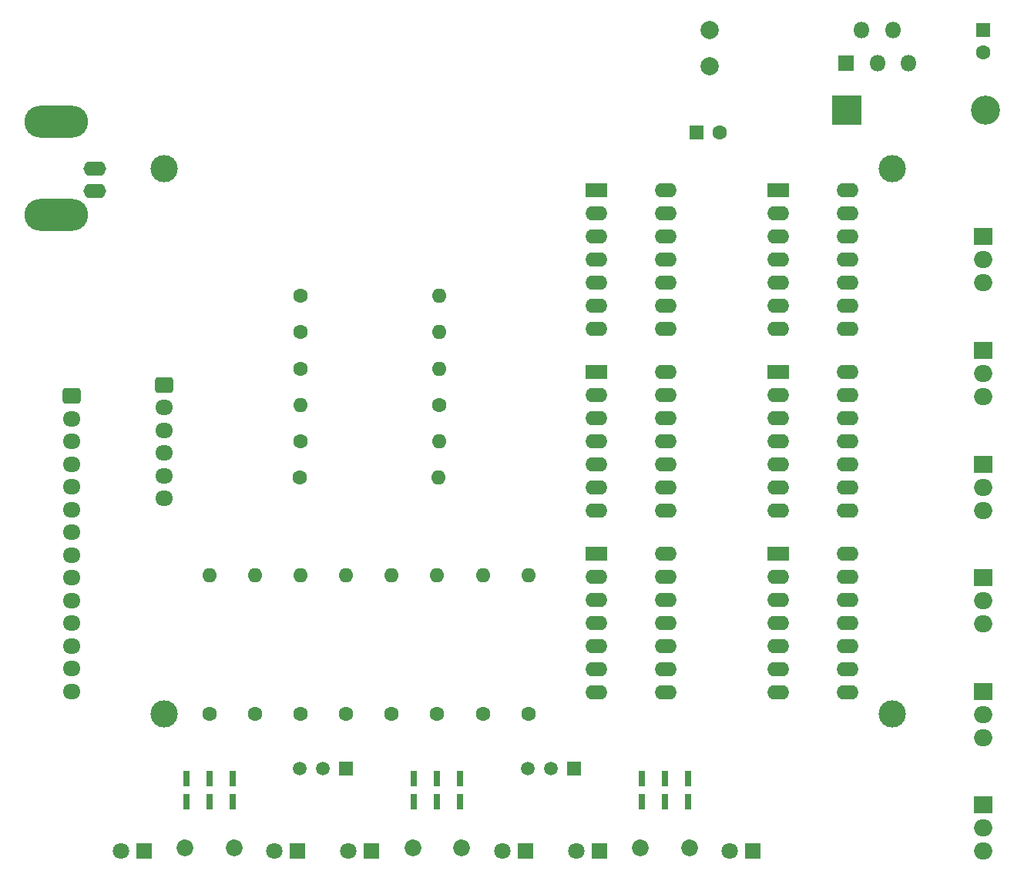
<source format=gbr>
%TF.GenerationSoftware,KiCad,Pcbnew,(6.0.4)*%
%TF.CreationDate,2023-06-02T21:12:55+02:00*%
%TF.ProjectId,Chrolis-LCR,4368726f-6c69-4732-9d4c-43522e6b6963,rev?*%
%TF.SameCoordinates,Original*%
%TF.FileFunction,Soldermask,Bot*%
%TF.FilePolarity,Negative*%
%FSLAX46Y46*%
G04 Gerber Fmt 4.6, Leading zero omitted, Abs format (unit mm)*
G04 Created by KiCad (PCBNEW (6.0.4)) date 2023-06-02 21:12:55*
%MOMM*%
%LPD*%
G01*
G04 APERTURE LIST*
G04 Aperture macros list*
%AMRoundRect*
0 Rectangle with rounded corners*
0 $1 Rounding radius*
0 $2 $3 $4 $5 $6 $7 $8 $9 X,Y pos of 4 corners*
0 Add a 4 corners polygon primitive as box body*
4,1,4,$2,$3,$4,$5,$6,$7,$8,$9,$2,$3,0*
0 Add four circle primitives for the rounded corners*
1,1,$1+$1,$2,$3*
1,1,$1+$1,$4,$5*
1,1,$1+$1,$6,$7*
1,1,$1+$1,$8,$9*
0 Add four rect primitives between the rounded corners*
20,1,$1+$1,$2,$3,$4,$5,0*
20,1,$1+$1,$4,$5,$6,$7,0*
20,1,$1+$1,$6,$7,$8,$9,0*
20,1,$1+$1,$8,$9,$2,$3,0*%
G04 Aperture macros list end*
%ADD10R,3.200000X3.200000*%
%ADD11O,3.200000X3.200000*%
%ADD12R,2.000000X1.905000*%
%ADD13O,2.000000X1.905000*%
%ADD14R,2.400000X1.600000*%
%ADD15O,2.400000X1.600000*%
%ADD16C,1.600000*%
%ADD17O,1.600000X1.600000*%
%ADD18R,1.800000X1.800000*%
%ADD19C,1.800000*%
%ADD20R,1.600000X1.600000*%
%ADD21R,1.500000X1.500000*%
%ADD22C,1.500000*%
%ADD23C,1.850000*%
%ADD24R,0.750000X1.750000*%
%ADD25C,3.000000*%
%ADD26RoundRect,0.250000X-0.725000X0.600000X-0.725000X-0.600000X0.725000X-0.600000X0.725000X0.600000X0*%
%ADD27O,1.950000X1.700000*%
%ADD28O,2.499360X1.600200*%
%ADD29O,7.000240X3.500120*%
%ADD30O,1.800000X1.800000*%
%ADD31C,2.000000*%
G04 APERTURE END LIST*
D10*
%TO.C,D7*%
X139800000Y-53950000D03*
D11*
X155040000Y-53950000D03*
%TD*%
D12*
%TO.C,Q7*%
X154800000Y-130350000D03*
D13*
X154800000Y-132890000D03*
X154800000Y-135430000D03*
%TD*%
D12*
%TO.C,Q6*%
X154800000Y-117850000D03*
D13*
X154800000Y-120390000D03*
X154800000Y-122930000D03*
%TD*%
D12*
%TO.C,Q5*%
X154800000Y-105350000D03*
D13*
X154800000Y-107890000D03*
X154800000Y-110430000D03*
%TD*%
D12*
%TO.C,Q4*%
X154800000Y-92850000D03*
D13*
X154800000Y-95390000D03*
X154800000Y-97930000D03*
%TD*%
D12*
%TO.C,Q3*%
X154800000Y-80350000D03*
D13*
X154800000Y-82890000D03*
X154800000Y-85430000D03*
%TD*%
D12*
%TO.C,Q2*%
X154800000Y-67850000D03*
D13*
X154800000Y-70390000D03*
X154800000Y-72930000D03*
%TD*%
D14*
%TO.C,U6*%
X132300000Y-82730000D03*
D15*
X132300000Y-85270000D03*
X132300000Y-87810000D03*
X132300000Y-90350000D03*
X132300000Y-92890000D03*
X132300000Y-95430000D03*
X132300000Y-97970000D03*
X139920000Y-97970000D03*
X139920000Y-95430000D03*
X139920000Y-92890000D03*
X139920000Y-90350000D03*
X139920000Y-87810000D03*
X139920000Y-85270000D03*
X139920000Y-82730000D03*
%TD*%
D14*
%TO.C,U5*%
X132300000Y-62730000D03*
D15*
X132300000Y-65270000D03*
X132300000Y-67810000D03*
X132300000Y-70350000D03*
X132300000Y-72890000D03*
X132300000Y-75430000D03*
X132300000Y-77970000D03*
X139920000Y-77970000D03*
X139920000Y-75430000D03*
X139920000Y-72890000D03*
X139920000Y-70350000D03*
X139920000Y-67810000D03*
X139920000Y-65270000D03*
X139920000Y-62730000D03*
%TD*%
D16*
%TO.C,R13*%
X79780000Y-78350000D03*
D17*
X95020000Y-78350000D03*
%TD*%
D16*
%TO.C,R4*%
X84800000Y-120350000D03*
D17*
X84800000Y-105110000D03*
%TD*%
D14*
%TO.C,U3*%
X112300000Y-102730000D03*
D15*
X112300000Y-105270000D03*
X112300000Y-107810000D03*
X112300000Y-110350000D03*
X112300000Y-112890000D03*
X112300000Y-115430000D03*
X112300000Y-117970000D03*
X119920000Y-117970000D03*
X119920000Y-115430000D03*
X119920000Y-112890000D03*
X119920000Y-110350000D03*
X119920000Y-107810000D03*
X119920000Y-105270000D03*
X119920000Y-102730000D03*
%TD*%
D18*
%TO.C,D6*%
X129475000Y-135350000D03*
D19*
X126935000Y-135350000D03*
%TD*%
D16*
%TO.C,R3*%
X79800000Y-120350000D03*
D17*
X79800000Y-105110000D03*
%TD*%
D16*
%TO.C,R10*%
X95000000Y-86350000D03*
D17*
X79760000Y-86350000D03*
%TD*%
D14*
%TO.C,U2*%
X112300000Y-82730000D03*
D15*
X112300000Y-85270000D03*
X112300000Y-87810000D03*
X112300000Y-90350000D03*
X112300000Y-92890000D03*
X112300000Y-95430000D03*
X112300000Y-97970000D03*
X119920000Y-97970000D03*
X119920000Y-95430000D03*
X119920000Y-92890000D03*
X119920000Y-90350000D03*
X119920000Y-87810000D03*
X119920000Y-85270000D03*
X119920000Y-82730000D03*
%TD*%
D20*
%TO.C,C2*%
X123300000Y-56400000D03*
D16*
X125800000Y-56400000D03*
%TD*%
D18*
%TO.C,D1*%
X62600000Y-135350000D03*
D19*
X60060000Y-135350000D03*
%TD*%
D16*
%TO.C,R9*%
X79780000Y-82350000D03*
D17*
X95020000Y-82350000D03*
%TD*%
D16*
%TO.C,R1*%
X69800000Y-120350000D03*
D17*
X69800000Y-105110000D03*
%TD*%
D21*
%TO.C,Q0*%
X109800000Y-126350000D03*
D22*
X107260000Y-126350000D03*
X104720000Y-126350000D03*
%TD*%
D16*
%TO.C,R8*%
X104800000Y-120350000D03*
D17*
X104800000Y-105110000D03*
%TD*%
D16*
%TO.C,R5*%
X89800000Y-120350000D03*
D17*
X89800000Y-105110000D03*
%TD*%
D23*
%TO.C,SW1*%
X67100000Y-135050000D03*
X72500000Y-135050000D03*
D24*
X67260000Y-127430000D03*
X69800000Y-127430000D03*
X72340000Y-127430000D03*
X67260000Y-129970000D03*
X69800000Y-129970000D03*
X72340000Y-129970000D03*
%TD*%
D25*
%TO.C,H1*%
X64800000Y-60350000D03*
%TD*%
D16*
%TO.C,R12*%
X79780000Y-74350000D03*
D17*
X95020000Y-74350000D03*
%TD*%
D20*
%TO.C,C1*%
X154750000Y-45117621D03*
D16*
X154750000Y-47617621D03*
%TD*%
D25*
%TO.C,H3*%
X64800000Y-120350000D03*
%TD*%
D16*
%TO.C,R15*%
X79730000Y-94350000D03*
D17*
X94970000Y-94350000D03*
%TD*%
D18*
%TO.C,D3*%
X104475000Y-135350000D03*
D19*
X101935000Y-135350000D03*
%TD*%
D18*
%TO.C,D5*%
X112600000Y-135350000D03*
D19*
X110060000Y-135350000D03*
%TD*%
D25*
%TO.C,H4*%
X144800000Y-120350000D03*
%TD*%
D26*
%TO.C,J2*%
X54650000Y-85350000D03*
D27*
X54650000Y-87850000D03*
X54650000Y-90350000D03*
X54650000Y-92850000D03*
X54650000Y-95350000D03*
X54650000Y-97850000D03*
X54650000Y-100350000D03*
X54650000Y-102850000D03*
X54650000Y-105350000D03*
X54650000Y-107850000D03*
X54650000Y-110350000D03*
X54650000Y-112850000D03*
X54650000Y-115350000D03*
X54650000Y-117850000D03*
%TD*%
D25*
%TO.C,H2*%
X144800000Y-60350000D03*
%TD*%
D23*
%TO.C,SW3*%
X122500000Y-135050000D03*
X117100000Y-135050000D03*
D24*
X117260000Y-127430000D03*
X119800000Y-127430000D03*
X122340000Y-127430000D03*
X117260000Y-129970000D03*
X119800000Y-129970000D03*
X122340000Y-129970000D03*
%TD*%
D14*
%TO.C,U1*%
X112300000Y-62730000D03*
D15*
X112300000Y-65270000D03*
X112300000Y-67810000D03*
X112300000Y-70350000D03*
X112300000Y-72890000D03*
X112300000Y-75430000D03*
X112300000Y-77970000D03*
X119920000Y-77970000D03*
X119920000Y-75430000D03*
X119920000Y-72890000D03*
X119920000Y-70350000D03*
X119920000Y-67810000D03*
X119920000Y-65270000D03*
X119920000Y-62730000D03*
%TD*%
D26*
%TO.C,J3*%
X64800000Y-84150000D03*
D27*
X64800000Y-86650000D03*
X64800000Y-89150000D03*
X64800000Y-91650000D03*
X64800000Y-94150000D03*
X64800000Y-96650000D03*
%TD*%
D21*
%TO.C,Q1*%
X84800000Y-126350000D03*
D22*
X82260000Y-126350000D03*
X79720000Y-126350000D03*
%TD*%
D16*
%TO.C,R16*%
X79750000Y-90350000D03*
D17*
X94990000Y-90350000D03*
%TD*%
D28*
%TO.C,J1*%
X57201260Y-60350000D03*
D29*
X52936600Y-55249680D03*
D28*
X57201260Y-62849360D03*
D29*
X52936600Y-65447780D03*
%TD*%
D18*
%TO.C,U0*%
X139750000Y-48800000D03*
D30*
X141450000Y-45100000D03*
X143150000Y-48800000D03*
X144850000Y-45100000D03*
X146550000Y-48800000D03*
%TD*%
D16*
%TO.C,R7*%
X99800000Y-120350000D03*
D17*
X99800000Y-105110000D03*
%TD*%
D16*
%TO.C,R2*%
X74800000Y-120350000D03*
D17*
X74800000Y-105110000D03*
%TD*%
D18*
%TO.C,D2*%
X79475000Y-135350000D03*
D19*
X76935000Y-135350000D03*
%TD*%
D16*
%TO.C,R6*%
X94800000Y-120350000D03*
D17*
X94800000Y-105110000D03*
%TD*%
D18*
%TO.C,D4*%
X87600000Y-135350000D03*
D19*
X85060000Y-135350000D03*
%TD*%
D31*
%TO.C,L1*%
X124750000Y-45100000D03*
X124750000Y-49100000D03*
%TD*%
D14*
%TO.C,U4*%
X132300000Y-102730000D03*
D15*
X132300000Y-105270000D03*
X132300000Y-107810000D03*
X132300000Y-110350000D03*
X132300000Y-112890000D03*
X132300000Y-115430000D03*
X132300000Y-117970000D03*
X139920000Y-117970000D03*
X139920000Y-115430000D03*
X139920000Y-112890000D03*
X139920000Y-110350000D03*
X139920000Y-107810000D03*
X139920000Y-105270000D03*
X139920000Y-102730000D03*
%TD*%
D23*
%TO.C,SW2*%
X97500000Y-135050000D03*
X92100000Y-135050000D03*
D24*
X92260000Y-127430000D03*
X94800000Y-127430000D03*
X97340000Y-127430000D03*
X92260000Y-129970000D03*
X94800000Y-129970000D03*
X97340000Y-129970000D03*
%TD*%
M02*

</source>
